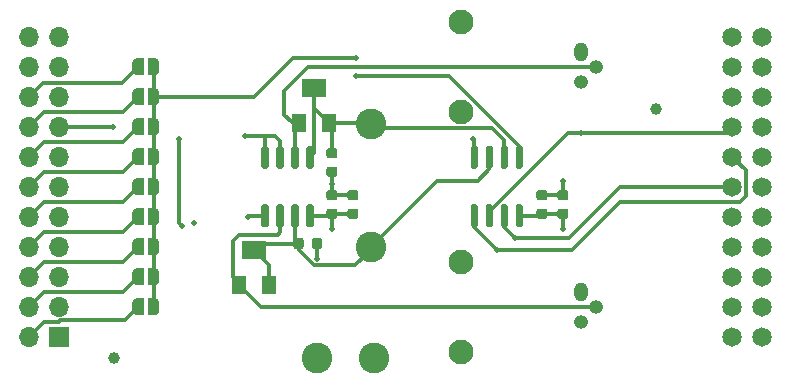
<source format=gbr>
G04 #@! TF.GenerationSoftware,KiCad,Pcbnew,(5.1.12)-1*
G04 #@! TF.CreationDate,2022-02-08T15:15:27-06:00*
G04 #@! TF.ProjectId,optical_digitizer,6f707469-6361-46c5-9f64-69676974697a,4.2*
G04 #@! TF.SameCoordinates,Original*
G04 #@! TF.FileFunction,Copper,L1,Top*
G04 #@! TF.FilePolarity,Positive*
%FSLAX46Y46*%
G04 Gerber Fmt 4.6, Leading zero omitted, Abs format (unit mm)*
G04 Created by KiCad (PCBNEW (5.1.12)-1) date 2022-02-08 15:15:27*
%MOMM*%
%LPD*%
G01*
G04 APERTURE LIST*
G04 #@! TA.AperFunction,ComponentPad*
%ADD10C,1.640000*%
G04 #@! TD*
G04 #@! TA.AperFunction,ComponentPad*
%ADD11O,1.200000X1.200000*%
G04 #@! TD*
G04 #@! TA.AperFunction,ComponentPad*
%ADD12O,1.200000X1.600000*%
G04 #@! TD*
G04 #@! TA.AperFunction,ComponentPad*
%ADD13C,2.100000*%
G04 #@! TD*
G04 #@! TA.AperFunction,ComponentPad*
%ADD14O,1.700000X1.700000*%
G04 #@! TD*
G04 #@! TA.AperFunction,ComponentPad*
%ADD15R,1.700000X1.700000*%
G04 #@! TD*
G04 #@! TA.AperFunction,SMDPad,CuDef*
%ADD16C,0.100000*%
G04 #@! TD*
G04 #@! TA.AperFunction,ComponentPad*
%ADD17C,2.600000*%
G04 #@! TD*
G04 #@! TA.AperFunction,SMDPad,CuDef*
%ADD18C,1.000000*%
G04 #@! TD*
G04 #@! TA.AperFunction,SMDPad,CuDef*
%ADD19R,2.006600X1.549400*%
G04 #@! TD*
G04 #@! TA.AperFunction,SMDPad,CuDef*
%ADD20R,1.270000X1.549400*%
G04 #@! TD*
G04 #@! TA.AperFunction,ViaPad*
%ADD21C,0.508000*%
G04 #@! TD*
G04 #@! TA.AperFunction,Conductor*
%ADD22C,0.304800*%
G04 #@! TD*
G04 APERTURE END LIST*
D10*
X142367500Y-123190000D03*
X139827500Y-123190000D03*
X142367500Y-125730000D03*
X139827500Y-125730000D03*
X142367500Y-128270000D03*
X139827500Y-128270000D03*
X142367500Y-130810000D03*
X139827500Y-130810000D03*
X142367500Y-133350000D03*
X139827500Y-133350000D03*
X142367500Y-135890000D03*
X139827500Y-135890000D03*
X142367500Y-138430000D03*
X139827500Y-138430000D03*
X142367500Y-140970000D03*
X139827500Y-140970000D03*
X142367500Y-143510000D03*
X139827500Y-143510000D03*
X142367500Y-146050000D03*
X139827500Y-146050000D03*
X142367500Y-148590000D03*
X139827500Y-148590000D03*
D11*
X127000000Y-127000000D03*
X128270000Y-125730000D03*
D12*
X127000000Y-124460000D03*
D13*
X116840000Y-121920000D03*
X116840000Y-129540000D03*
X116840000Y-149860000D03*
X116840000Y-142240000D03*
D12*
X127000000Y-144780000D03*
D11*
X128270000Y-146050000D03*
X127000000Y-147320000D03*
D14*
X80264000Y-123190000D03*
X82804000Y-123190000D03*
X80264000Y-125730000D03*
X82804000Y-125730000D03*
X80264000Y-128270000D03*
X82804000Y-128270000D03*
X80264000Y-130810000D03*
X82804000Y-130810000D03*
X80264000Y-133350000D03*
X82804000Y-133350000D03*
X80264000Y-135890000D03*
X82804000Y-135890000D03*
X80264000Y-138430000D03*
X82804000Y-138430000D03*
X80264000Y-140970000D03*
X82804000Y-140970000D03*
X80264000Y-143510000D03*
X82804000Y-143510000D03*
X80264000Y-146050000D03*
X82804000Y-146050000D03*
X80264000Y-148590000D03*
D15*
X82804000Y-148590000D03*
G04 #@! TA.AperFunction,SMDPad,CuDef*
D16*
G36*
X89520000Y-146799398D02*
G01*
X89495466Y-146799398D01*
X89446635Y-146794588D01*
X89398510Y-146785016D01*
X89351555Y-146770772D01*
X89306222Y-146751995D01*
X89262949Y-146728864D01*
X89222150Y-146701604D01*
X89184221Y-146670476D01*
X89149524Y-146635779D01*
X89118396Y-146597850D01*
X89091136Y-146557051D01*
X89068005Y-146513778D01*
X89049228Y-146468445D01*
X89034984Y-146421490D01*
X89025412Y-146373365D01*
X89020602Y-146324534D01*
X89020602Y-146300000D01*
X89020000Y-146300000D01*
X89020000Y-145800000D01*
X89020602Y-145800000D01*
X89020602Y-145775466D01*
X89025412Y-145726635D01*
X89034984Y-145678510D01*
X89049228Y-145631555D01*
X89068005Y-145586222D01*
X89091136Y-145542949D01*
X89118396Y-145502150D01*
X89149524Y-145464221D01*
X89184221Y-145429524D01*
X89222150Y-145398396D01*
X89262949Y-145371136D01*
X89306222Y-145348005D01*
X89351555Y-145329228D01*
X89398510Y-145314984D01*
X89446635Y-145305412D01*
X89495466Y-145300602D01*
X89520000Y-145300602D01*
X89520000Y-145300000D01*
X90020000Y-145300000D01*
X90020000Y-146800000D01*
X89520000Y-146800000D01*
X89520000Y-146799398D01*
G37*
G04 #@! TD.AperFunction*
G04 #@! TA.AperFunction,SMDPad,CuDef*
G36*
X90320000Y-145300000D02*
G01*
X90820000Y-145300000D01*
X90820000Y-145300602D01*
X90844534Y-145300602D01*
X90893365Y-145305412D01*
X90941490Y-145314984D01*
X90988445Y-145329228D01*
X91033778Y-145348005D01*
X91077051Y-145371136D01*
X91117850Y-145398396D01*
X91155779Y-145429524D01*
X91190476Y-145464221D01*
X91221604Y-145502150D01*
X91248864Y-145542949D01*
X91271995Y-145586222D01*
X91290772Y-145631555D01*
X91305016Y-145678510D01*
X91314588Y-145726635D01*
X91319398Y-145775466D01*
X91319398Y-145800000D01*
X91320000Y-145800000D01*
X91320000Y-146300000D01*
X91319398Y-146300000D01*
X91319398Y-146324534D01*
X91314588Y-146373365D01*
X91305016Y-146421490D01*
X91290772Y-146468445D01*
X91271995Y-146513778D01*
X91248864Y-146557051D01*
X91221604Y-146597850D01*
X91190476Y-146635779D01*
X91155779Y-146670476D01*
X91117850Y-146701604D01*
X91077051Y-146728864D01*
X91033778Y-146751995D01*
X90988445Y-146770772D01*
X90941490Y-146785016D01*
X90893365Y-146794588D01*
X90844534Y-146799398D01*
X90820000Y-146799398D01*
X90820000Y-146800000D01*
X90320000Y-146800000D01*
X90320000Y-145300000D01*
G37*
G04 #@! TD.AperFunction*
G04 #@! TA.AperFunction,SMDPad,CuDef*
G36*
X90320000Y-142760000D02*
G01*
X90820000Y-142760000D01*
X90820000Y-142760602D01*
X90844534Y-142760602D01*
X90893365Y-142765412D01*
X90941490Y-142774984D01*
X90988445Y-142789228D01*
X91033778Y-142808005D01*
X91077051Y-142831136D01*
X91117850Y-142858396D01*
X91155779Y-142889524D01*
X91190476Y-142924221D01*
X91221604Y-142962150D01*
X91248864Y-143002949D01*
X91271995Y-143046222D01*
X91290772Y-143091555D01*
X91305016Y-143138510D01*
X91314588Y-143186635D01*
X91319398Y-143235466D01*
X91319398Y-143260000D01*
X91320000Y-143260000D01*
X91320000Y-143760000D01*
X91319398Y-143760000D01*
X91319398Y-143784534D01*
X91314588Y-143833365D01*
X91305016Y-143881490D01*
X91290772Y-143928445D01*
X91271995Y-143973778D01*
X91248864Y-144017051D01*
X91221604Y-144057850D01*
X91190476Y-144095779D01*
X91155779Y-144130476D01*
X91117850Y-144161604D01*
X91077051Y-144188864D01*
X91033778Y-144211995D01*
X90988445Y-144230772D01*
X90941490Y-144245016D01*
X90893365Y-144254588D01*
X90844534Y-144259398D01*
X90820000Y-144259398D01*
X90820000Y-144260000D01*
X90320000Y-144260000D01*
X90320000Y-142760000D01*
G37*
G04 #@! TD.AperFunction*
G04 #@! TA.AperFunction,SMDPad,CuDef*
G36*
X89520000Y-144259398D02*
G01*
X89495466Y-144259398D01*
X89446635Y-144254588D01*
X89398510Y-144245016D01*
X89351555Y-144230772D01*
X89306222Y-144211995D01*
X89262949Y-144188864D01*
X89222150Y-144161604D01*
X89184221Y-144130476D01*
X89149524Y-144095779D01*
X89118396Y-144057850D01*
X89091136Y-144017051D01*
X89068005Y-143973778D01*
X89049228Y-143928445D01*
X89034984Y-143881490D01*
X89025412Y-143833365D01*
X89020602Y-143784534D01*
X89020602Y-143760000D01*
X89020000Y-143760000D01*
X89020000Y-143260000D01*
X89020602Y-143260000D01*
X89020602Y-143235466D01*
X89025412Y-143186635D01*
X89034984Y-143138510D01*
X89049228Y-143091555D01*
X89068005Y-143046222D01*
X89091136Y-143002949D01*
X89118396Y-142962150D01*
X89149524Y-142924221D01*
X89184221Y-142889524D01*
X89222150Y-142858396D01*
X89262949Y-142831136D01*
X89306222Y-142808005D01*
X89351555Y-142789228D01*
X89398510Y-142774984D01*
X89446635Y-142765412D01*
X89495466Y-142760602D01*
X89520000Y-142760602D01*
X89520000Y-142760000D01*
X90020000Y-142760000D01*
X90020000Y-144260000D01*
X89520000Y-144260000D01*
X89520000Y-144259398D01*
G37*
G04 #@! TD.AperFunction*
G04 #@! TA.AperFunction,SMDPad,CuDef*
G36*
X89520000Y-141719398D02*
G01*
X89495466Y-141719398D01*
X89446635Y-141714588D01*
X89398510Y-141705016D01*
X89351555Y-141690772D01*
X89306222Y-141671995D01*
X89262949Y-141648864D01*
X89222150Y-141621604D01*
X89184221Y-141590476D01*
X89149524Y-141555779D01*
X89118396Y-141517850D01*
X89091136Y-141477051D01*
X89068005Y-141433778D01*
X89049228Y-141388445D01*
X89034984Y-141341490D01*
X89025412Y-141293365D01*
X89020602Y-141244534D01*
X89020602Y-141220000D01*
X89020000Y-141220000D01*
X89020000Y-140720000D01*
X89020602Y-140720000D01*
X89020602Y-140695466D01*
X89025412Y-140646635D01*
X89034984Y-140598510D01*
X89049228Y-140551555D01*
X89068005Y-140506222D01*
X89091136Y-140462949D01*
X89118396Y-140422150D01*
X89149524Y-140384221D01*
X89184221Y-140349524D01*
X89222150Y-140318396D01*
X89262949Y-140291136D01*
X89306222Y-140268005D01*
X89351555Y-140249228D01*
X89398510Y-140234984D01*
X89446635Y-140225412D01*
X89495466Y-140220602D01*
X89520000Y-140220602D01*
X89520000Y-140220000D01*
X90020000Y-140220000D01*
X90020000Y-141720000D01*
X89520000Y-141720000D01*
X89520000Y-141719398D01*
G37*
G04 #@! TD.AperFunction*
G04 #@! TA.AperFunction,SMDPad,CuDef*
G36*
X90320000Y-140220000D02*
G01*
X90820000Y-140220000D01*
X90820000Y-140220602D01*
X90844534Y-140220602D01*
X90893365Y-140225412D01*
X90941490Y-140234984D01*
X90988445Y-140249228D01*
X91033778Y-140268005D01*
X91077051Y-140291136D01*
X91117850Y-140318396D01*
X91155779Y-140349524D01*
X91190476Y-140384221D01*
X91221604Y-140422150D01*
X91248864Y-140462949D01*
X91271995Y-140506222D01*
X91290772Y-140551555D01*
X91305016Y-140598510D01*
X91314588Y-140646635D01*
X91319398Y-140695466D01*
X91319398Y-140720000D01*
X91320000Y-140720000D01*
X91320000Y-141220000D01*
X91319398Y-141220000D01*
X91319398Y-141244534D01*
X91314588Y-141293365D01*
X91305016Y-141341490D01*
X91290772Y-141388445D01*
X91271995Y-141433778D01*
X91248864Y-141477051D01*
X91221604Y-141517850D01*
X91190476Y-141555779D01*
X91155779Y-141590476D01*
X91117850Y-141621604D01*
X91077051Y-141648864D01*
X91033778Y-141671995D01*
X90988445Y-141690772D01*
X90941490Y-141705016D01*
X90893365Y-141714588D01*
X90844534Y-141719398D01*
X90820000Y-141719398D01*
X90820000Y-141720000D01*
X90320000Y-141720000D01*
X90320000Y-140220000D01*
G37*
G04 #@! TD.AperFunction*
G04 #@! TA.AperFunction,SMDPad,CuDef*
G36*
X90320000Y-137680000D02*
G01*
X90820000Y-137680000D01*
X90820000Y-137680602D01*
X90844534Y-137680602D01*
X90893365Y-137685412D01*
X90941490Y-137694984D01*
X90988445Y-137709228D01*
X91033778Y-137728005D01*
X91077051Y-137751136D01*
X91117850Y-137778396D01*
X91155779Y-137809524D01*
X91190476Y-137844221D01*
X91221604Y-137882150D01*
X91248864Y-137922949D01*
X91271995Y-137966222D01*
X91290772Y-138011555D01*
X91305016Y-138058510D01*
X91314588Y-138106635D01*
X91319398Y-138155466D01*
X91319398Y-138180000D01*
X91320000Y-138180000D01*
X91320000Y-138680000D01*
X91319398Y-138680000D01*
X91319398Y-138704534D01*
X91314588Y-138753365D01*
X91305016Y-138801490D01*
X91290772Y-138848445D01*
X91271995Y-138893778D01*
X91248864Y-138937051D01*
X91221604Y-138977850D01*
X91190476Y-139015779D01*
X91155779Y-139050476D01*
X91117850Y-139081604D01*
X91077051Y-139108864D01*
X91033778Y-139131995D01*
X90988445Y-139150772D01*
X90941490Y-139165016D01*
X90893365Y-139174588D01*
X90844534Y-139179398D01*
X90820000Y-139179398D01*
X90820000Y-139180000D01*
X90320000Y-139180000D01*
X90320000Y-137680000D01*
G37*
G04 #@! TD.AperFunction*
G04 #@! TA.AperFunction,SMDPad,CuDef*
G36*
X89520000Y-139179398D02*
G01*
X89495466Y-139179398D01*
X89446635Y-139174588D01*
X89398510Y-139165016D01*
X89351555Y-139150772D01*
X89306222Y-139131995D01*
X89262949Y-139108864D01*
X89222150Y-139081604D01*
X89184221Y-139050476D01*
X89149524Y-139015779D01*
X89118396Y-138977850D01*
X89091136Y-138937051D01*
X89068005Y-138893778D01*
X89049228Y-138848445D01*
X89034984Y-138801490D01*
X89025412Y-138753365D01*
X89020602Y-138704534D01*
X89020602Y-138680000D01*
X89020000Y-138680000D01*
X89020000Y-138180000D01*
X89020602Y-138180000D01*
X89020602Y-138155466D01*
X89025412Y-138106635D01*
X89034984Y-138058510D01*
X89049228Y-138011555D01*
X89068005Y-137966222D01*
X89091136Y-137922949D01*
X89118396Y-137882150D01*
X89149524Y-137844221D01*
X89184221Y-137809524D01*
X89222150Y-137778396D01*
X89262949Y-137751136D01*
X89306222Y-137728005D01*
X89351555Y-137709228D01*
X89398510Y-137694984D01*
X89446635Y-137685412D01*
X89495466Y-137680602D01*
X89520000Y-137680602D01*
X89520000Y-137680000D01*
X90020000Y-137680000D01*
X90020000Y-139180000D01*
X89520000Y-139180000D01*
X89520000Y-139179398D01*
G37*
G04 #@! TD.AperFunction*
G04 #@! TA.AperFunction,SMDPad,CuDef*
G36*
X89520000Y-136639398D02*
G01*
X89495466Y-136639398D01*
X89446635Y-136634588D01*
X89398510Y-136625016D01*
X89351555Y-136610772D01*
X89306222Y-136591995D01*
X89262949Y-136568864D01*
X89222150Y-136541604D01*
X89184221Y-136510476D01*
X89149524Y-136475779D01*
X89118396Y-136437850D01*
X89091136Y-136397051D01*
X89068005Y-136353778D01*
X89049228Y-136308445D01*
X89034984Y-136261490D01*
X89025412Y-136213365D01*
X89020602Y-136164534D01*
X89020602Y-136140000D01*
X89020000Y-136140000D01*
X89020000Y-135640000D01*
X89020602Y-135640000D01*
X89020602Y-135615466D01*
X89025412Y-135566635D01*
X89034984Y-135518510D01*
X89049228Y-135471555D01*
X89068005Y-135426222D01*
X89091136Y-135382949D01*
X89118396Y-135342150D01*
X89149524Y-135304221D01*
X89184221Y-135269524D01*
X89222150Y-135238396D01*
X89262949Y-135211136D01*
X89306222Y-135188005D01*
X89351555Y-135169228D01*
X89398510Y-135154984D01*
X89446635Y-135145412D01*
X89495466Y-135140602D01*
X89520000Y-135140602D01*
X89520000Y-135140000D01*
X90020000Y-135140000D01*
X90020000Y-136640000D01*
X89520000Y-136640000D01*
X89520000Y-136639398D01*
G37*
G04 #@! TD.AperFunction*
G04 #@! TA.AperFunction,SMDPad,CuDef*
G36*
X90320000Y-135140000D02*
G01*
X90820000Y-135140000D01*
X90820000Y-135140602D01*
X90844534Y-135140602D01*
X90893365Y-135145412D01*
X90941490Y-135154984D01*
X90988445Y-135169228D01*
X91033778Y-135188005D01*
X91077051Y-135211136D01*
X91117850Y-135238396D01*
X91155779Y-135269524D01*
X91190476Y-135304221D01*
X91221604Y-135342150D01*
X91248864Y-135382949D01*
X91271995Y-135426222D01*
X91290772Y-135471555D01*
X91305016Y-135518510D01*
X91314588Y-135566635D01*
X91319398Y-135615466D01*
X91319398Y-135640000D01*
X91320000Y-135640000D01*
X91320000Y-136140000D01*
X91319398Y-136140000D01*
X91319398Y-136164534D01*
X91314588Y-136213365D01*
X91305016Y-136261490D01*
X91290772Y-136308445D01*
X91271995Y-136353778D01*
X91248864Y-136397051D01*
X91221604Y-136437850D01*
X91190476Y-136475779D01*
X91155779Y-136510476D01*
X91117850Y-136541604D01*
X91077051Y-136568864D01*
X91033778Y-136591995D01*
X90988445Y-136610772D01*
X90941490Y-136625016D01*
X90893365Y-136634588D01*
X90844534Y-136639398D01*
X90820000Y-136639398D01*
X90820000Y-136640000D01*
X90320000Y-136640000D01*
X90320000Y-135140000D01*
G37*
G04 #@! TD.AperFunction*
G04 #@! TA.AperFunction,SMDPad,CuDef*
G36*
X90320000Y-132600000D02*
G01*
X90820000Y-132600000D01*
X90820000Y-132600602D01*
X90844534Y-132600602D01*
X90893365Y-132605412D01*
X90941490Y-132614984D01*
X90988445Y-132629228D01*
X91033778Y-132648005D01*
X91077051Y-132671136D01*
X91117850Y-132698396D01*
X91155779Y-132729524D01*
X91190476Y-132764221D01*
X91221604Y-132802150D01*
X91248864Y-132842949D01*
X91271995Y-132886222D01*
X91290772Y-132931555D01*
X91305016Y-132978510D01*
X91314588Y-133026635D01*
X91319398Y-133075466D01*
X91319398Y-133100000D01*
X91320000Y-133100000D01*
X91320000Y-133600000D01*
X91319398Y-133600000D01*
X91319398Y-133624534D01*
X91314588Y-133673365D01*
X91305016Y-133721490D01*
X91290772Y-133768445D01*
X91271995Y-133813778D01*
X91248864Y-133857051D01*
X91221604Y-133897850D01*
X91190476Y-133935779D01*
X91155779Y-133970476D01*
X91117850Y-134001604D01*
X91077051Y-134028864D01*
X91033778Y-134051995D01*
X90988445Y-134070772D01*
X90941490Y-134085016D01*
X90893365Y-134094588D01*
X90844534Y-134099398D01*
X90820000Y-134099398D01*
X90820000Y-134100000D01*
X90320000Y-134100000D01*
X90320000Y-132600000D01*
G37*
G04 #@! TD.AperFunction*
G04 #@! TA.AperFunction,SMDPad,CuDef*
G36*
X89520000Y-134099398D02*
G01*
X89495466Y-134099398D01*
X89446635Y-134094588D01*
X89398510Y-134085016D01*
X89351555Y-134070772D01*
X89306222Y-134051995D01*
X89262949Y-134028864D01*
X89222150Y-134001604D01*
X89184221Y-133970476D01*
X89149524Y-133935779D01*
X89118396Y-133897850D01*
X89091136Y-133857051D01*
X89068005Y-133813778D01*
X89049228Y-133768445D01*
X89034984Y-133721490D01*
X89025412Y-133673365D01*
X89020602Y-133624534D01*
X89020602Y-133600000D01*
X89020000Y-133600000D01*
X89020000Y-133100000D01*
X89020602Y-133100000D01*
X89020602Y-133075466D01*
X89025412Y-133026635D01*
X89034984Y-132978510D01*
X89049228Y-132931555D01*
X89068005Y-132886222D01*
X89091136Y-132842949D01*
X89118396Y-132802150D01*
X89149524Y-132764221D01*
X89184221Y-132729524D01*
X89222150Y-132698396D01*
X89262949Y-132671136D01*
X89306222Y-132648005D01*
X89351555Y-132629228D01*
X89398510Y-132614984D01*
X89446635Y-132605412D01*
X89495466Y-132600602D01*
X89520000Y-132600602D01*
X89520000Y-132600000D01*
X90020000Y-132600000D01*
X90020000Y-134100000D01*
X89520000Y-134100000D01*
X89520000Y-134099398D01*
G37*
G04 #@! TD.AperFunction*
G04 #@! TA.AperFunction,SMDPad,CuDef*
G36*
X89520000Y-131559398D02*
G01*
X89495466Y-131559398D01*
X89446635Y-131554588D01*
X89398510Y-131545016D01*
X89351555Y-131530772D01*
X89306222Y-131511995D01*
X89262949Y-131488864D01*
X89222150Y-131461604D01*
X89184221Y-131430476D01*
X89149524Y-131395779D01*
X89118396Y-131357850D01*
X89091136Y-131317051D01*
X89068005Y-131273778D01*
X89049228Y-131228445D01*
X89034984Y-131181490D01*
X89025412Y-131133365D01*
X89020602Y-131084534D01*
X89020602Y-131060000D01*
X89020000Y-131060000D01*
X89020000Y-130560000D01*
X89020602Y-130560000D01*
X89020602Y-130535466D01*
X89025412Y-130486635D01*
X89034984Y-130438510D01*
X89049228Y-130391555D01*
X89068005Y-130346222D01*
X89091136Y-130302949D01*
X89118396Y-130262150D01*
X89149524Y-130224221D01*
X89184221Y-130189524D01*
X89222150Y-130158396D01*
X89262949Y-130131136D01*
X89306222Y-130108005D01*
X89351555Y-130089228D01*
X89398510Y-130074984D01*
X89446635Y-130065412D01*
X89495466Y-130060602D01*
X89520000Y-130060602D01*
X89520000Y-130060000D01*
X90020000Y-130060000D01*
X90020000Y-131560000D01*
X89520000Y-131560000D01*
X89520000Y-131559398D01*
G37*
G04 #@! TD.AperFunction*
G04 #@! TA.AperFunction,SMDPad,CuDef*
G36*
X90320000Y-130060000D02*
G01*
X90820000Y-130060000D01*
X90820000Y-130060602D01*
X90844534Y-130060602D01*
X90893365Y-130065412D01*
X90941490Y-130074984D01*
X90988445Y-130089228D01*
X91033778Y-130108005D01*
X91077051Y-130131136D01*
X91117850Y-130158396D01*
X91155779Y-130189524D01*
X91190476Y-130224221D01*
X91221604Y-130262150D01*
X91248864Y-130302949D01*
X91271995Y-130346222D01*
X91290772Y-130391555D01*
X91305016Y-130438510D01*
X91314588Y-130486635D01*
X91319398Y-130535466D01*
X91319398Y-130560000D01*
X91320000Y-130560000D01*
X91320000Y-131060000D01*
X91319398Y-131060000D01*
X91319398Y-131084534D01*
X91314588Y-131133365D01*
X91305016Y-131181490D01*
X91290772Y-131228445D01*
X91271995Y-131273778D01*
X91248864Y-131317051D01*
X91221604Y-131357850D01*
X91190476Y-131395779D01*
X91155779Y-131430476D01*
X91117850Y-131461604D01*
X91077051Y-131488864D01*
X91033778Y-131511995D01*
X90988445Y-131530772D01*
X90941490Y-131545016D01*
X90893365Y-131554588D01*
X90844534Y-131559398D01*
X90820000Y-131559398D01*
X90820000Y-131560000D01*
X90320000Y-131560000D01*
X90320000Y-130060000D01*
G37*
G04 #@! TD.AperFunction*
G04 #@! TA.AperFunction,SMDPad,CuDef*
G36*
X90320000Y-127520000D02*
G01*
X90820000Y-127520000D01*
X90820000Y-127520602D01*
X90844534Y-127520602D01*
X90893365Y-127525412D01*
X90941490Y-127534984D01*
X90988445Y-127549228D01*
X91033778Y-127568005D01*
X91077051Y-127591136D01*
X91117850Y-127618396D01*
X91155779Y-127649524D01*
X91190476Y-127684221D01*
X91221604Y-127722150D01*
X91248864Y-127762949D01*
X91271995Y-127806222D01*
X91290772Y-127851555D01*
X91305016Y-127898510D01*
X91314588Y-127946635D01*
X91319398Y-127995466D01*
X91319398Y-128020000D01*
X91320000Y-128020000D01*
X91320000Y-128520000D01*
X91319398Y-128520000D01*
X91319398Y-128544534D01*
X91314588Y-128593365D01*
X91305016Y-128641490D01*
X91290772Y-128688445D01*
X91271995Y-128733778D01*
X91248864Y-128777051D01*
X91221604Y-128817850D01*
X91190476Y-128855779D01*
X91155779Y-128890476D01*
X91117850Y-128921604D01*
X91077051Y-128948864D01*
X91033778Y-128971995D01*
X90988445Y-128990772D01*
X90941490Y-129005016D01*
X90893365Y-129014588D01*
X90844534Y-129019398D01*
X90820000Y-129019398D01*
X90820000Y-129020000D01*
X90320000Y-129020000D01*
X90320000Y-127520000D01*
G37*
G04 #@! TD.AperFunction*
G04 #@! TA.AperFunction,SMDPad,CuDef*
G36*
X89520000Y-129019398D02*
G01*
X89495466Y-129019398D01*
X89446635Y-129014588D01*
X89398510Y-129005016D01*
X89351555Y-128990772D01*
X89306222Y-128971995D01*
X89262949Y-128948864D01*
X89222150Y-128921604D01*
X89184221Y-128890476D01*
X89149524Y-128855779D01*
X89118396Y-128817850D01*
X89091136Y-128777051D01*
X89068005Y-128733778D01*
X89049228Y-128688445D01*
X89034984Y-128641490D01*
X89025412Y-128593365D01*
X89020602Y-128544534D01*
X89020602Y-128520000D01*
X89020000Y-128520000D01*
X89020000Y-128020000D01*
X89020602Y-128020000D01*
X89020602Y-127995466D01*
X89025412Y-127946635D01*
X89034984Y-127898510D01*
X89049228Y-127851555D01*
X89068005Y-127806222D01*
X89091136Y-127762949D01*
X89118396Y-127722150D01*
X89149524Y-127684221D01*
X89184221Y-127649524D01*
X89222150Y-127618396D01*
X89262949Y-127591136D01*
X89306222Y-127568005D01*
X89351555Y-127549228D01*
X89398510Y-127534984D01*
X89446635Y-127525412D01*
X89495466Y-127520602D01*
X89520000Y-127520602D01*
X89520000Y-127520000D01*
X90020000Y-127520000D01*
X90020000Y-129020000D01*
X89520000Y-129020000D01*
X89520000Y-129019398D01*
G37*
G04 #@! TD.AperFunction*
G04 #@! TA.AperFunction,SMDPad,CuDef*
G36*
X89520000Y-126479398D02*
G01*
X89495466Y-126479398D01*
X89446635Y-126474588D01*
X89398510Y-126465016D01*
X89351555Y-126450772D01*
X89306222Y-126431995D01*
X89262949Y-126408864D01*
X89222150Y-126381604D01*
X89184221Y-126350476D01*
X89149524Y-126315779D01*
X89118396Y-126277850D01*
X89091136Y-126237051D01*
X89068005Y-126193778D01*
X89049228Y-126148445D01*
X89034984Y-126101490D01*
X89025412Y-126053365D01*
X89020602Y-126004534D01*
X89020602Y-125980000D01*
X89020000Y-125980000D01*
X89020000Y-125480000D01*
X89020602Y-125480000D01*
X89020602Y-125455466D01*
X89025412Y-125406635D01*
X89034984Y-125358510D01*
X89049228Y-125311555D01*
X89068005Y-125266222D01*
X89091136Y-125222949D01*
X89118396Y-125182150D01*
X89149524Y-125144221D01*
X89184221Y-125109524D01*
X89222150Y-125078396D01*
X89262949Y-125051136D01*
X89306222Y-125028005D01*
X89351555Y-125009228D01*
X89398510Y-124994984D01*
X89446635Y-124985412D01*
X89495466Y-124980602D01*
X89520000Y-124980602D01*
X89520000Y-124980000D01*
X90020000Y-124980000D01*
X90020000Y-126480000D01*
X89520000Y-126480000D01*
X89520000Y-126479398D01*
G37*
G04 #@! TD.AperFunction*
G04 #@! TA.AperFunction,SMDPad,CuDef*
G36*
X90320000Y-124980000D02*
G01*
X90820000Y-124980000D01*
X90820000Y-124980602D01*
X90844534Y-124980602D01*
X90893365Y-124985412D01*
X90941490Y-124994984D01*
X90988445Y-125009228D01*
X91033778Y-125028005D01*
X91077051Y-125051136D01*
X91117850Y-125078396D01*
X91155779Y-125109524D01*
X91190476Y-125144221D01*
X91221604Y-125182150D01*
X91248864Y-125222949D01*
X91271995Y-125266222D01*
X91290772Y-125311555D01*
X91305016Y-125358510D01*
X91314588Y-125406635D01*
X91319398Y-125455466D01*
X91319398Y-125480000D01*
X91320000Y-125480000D01*
X91320000Y-125980000D01*
X91319398Y-125980000D01*
X91319398Y-126004534D01*
X91314588Y-126053365D01*
X91305016Y-126101490D01*
X91290772Y-126148445D01*
X91271995Y-126193778D01*
X91248864Y-126237051D01*
X91221604Y-126277850D01*
X91190476Y-126315779D01*
X91155779Y-126350476D01*
X91117850Y-126381604D01*
X91077051Y-126408864D01*
X91033778Y-126431995D01*
X90988445Y-126450772D01*
X90941490Y-126465016D01*
X90893365Y-126474588D01*
X90844534Y-126479398D01*
X90820000Y-126479398D01*
X90820000Y-126480000D01*
X90320000Y-126480000D01*
X90320000Y-124980000D01*
G37*
G04 #@! TD.AperFunction*
D17*
X109474000Y-150368000D03*
X104648000Y-150368000D03*
X109220000Y-130556000D03*
X109220000Y-140970000D03*
D18*
X87503000Y-150368000D03*
X133350000Y-129286000D03*
D19*
X104394000Y-127584200D03*
D20*
X105664000Y-130479800D03*
X103124000Y-130479800D03*
X98044000Y-144195800D03*
X100584000Y-144195800D03*
D19*
X99314000Y-141300200D03*
G04 #@! TA.AperFunction,SMDPad,CuDef*
G36*
G01*
X103913800Y-132440000D02*
X104213800Y-132440000D01*
G75*
G02*
X104363800Y-132590000I0J-150000D01*
G01*
X104363800Y-134240000D01*
G75*
G02*
X104213800Y-134390000I-150000J0D01*
G01*
X103913800Y-134390000D01*
G75*
G02*
X103763800Y-134240000I0J150000D01*
G01*
X103763800Y-132590000D01*
G75*
G02*
X103913800Y-132440000I150000J0D01*
G01*
G37*
G04 #@! TD.AperFunction*
G04 #@! TA.AperFunction,SMDPad,CuDef*
G36*
G01*
X102643800Y-132440000D02*
X102943800Y-132440000D01*
G75*
G02*
X103093800Y-132590000I0J-150000D01*
G01*
X103093800Y-134240000D01*
G75*
G02*
X102943800Y-134390000I-150000J0D01*
G01*
X102643800Y-134390000D01*
G75*
G02*
X102493800Y-134240000I0J150000D01*
G01*
X102493800Y-132590000D01*
G75*
G02*
X102643800Y-132440000I150000J0D01*
G01*
G37*
G04 #@! TD.AperFunction*
G04 #@! TA.AperFunction,SMDPad,CuDef*
G36*
G01*
X101373800Y-132440000D02*
X101673800Y-132440000D01*
G75*
G02*
X101823800Y-132590000I0J-150000D01*
G01*
X101823800Y-134240000D01*
G75*
G02*
X101673800Y-134390000I-150000J0D01*
G01*
X101373800Y-134390000D01*
G75*
G02*
X101223800Y-134240000I0J150000D01*
G01*
X101223800Y-132590000D01*
G75*
G02*
X101373800Y-132440000I150000J0D01*
G01*
G37*
G04 #@! TD.AperFunction*
G04 #@! TA.AperFunction,SMDPad,CuDef*
G36*
G01*
X100103800Y-132440000D02*
X100403800Y-132440000D01*
G75*
G02*
X100553800Y-132590000I0J-150000D01*
G01*
X100553800Y-134240000D01*
G75*
G02*
X100403800Y-134390000I-150000J0D01*
G01*
X100103800Y-134390000D01*
G75*
G02*
X99953800Y-134240000I0J150000D01*
G01*
X99953800Y-132590000D01*
G75*
G02*
X100103800Y-132440000I150000J0D01*
G01*
G37*
G04 #@! TD.AperFunction*
G04 #@! TA.AperFunction,SMDPad,CuDef*
G36*
G01*
X100103800Y-137390000D02*
X100403800Y-137390000D01*
G75*
G02*
X100553800Y-137540000I0J-150000D01*
G01*
X100553800Y-139190000D01*
G75*
G02*
X100403800Y-139340000I-150000J0D01*
G01*
X100103800Y-139340000D01*
G75*
G02*
X99953800Y-139190000I0J150000D01*
G01*
X99953800Y-137540000D01*
G75*
G02*
X100103800Y-137390000I150000J0D01*
G01*
G37*
G04 #@! TD.AperFunction*
G04 #@! TA.AperFunction,SMDPad,CuDef*
G36*
G01*
X101373800Y-137390000D02*
X101673800Y-137390000D01*
G75*
G02*
X101823800Y-137540000I0J-150000D01*
G01*
X101823800Y-139190000D01*
G75*
G02*
X101673800Y-139340000I-150000J0D01*
G01*
X101373800Y-139340000D01*
G75*
G02*
X101223800Y-139190000I0J150000D01*
G01*
X101223800Y-137540000D01*
G75*
G02*
X101373800Y-137390000I150000J0D01*
G01*
G37*
G04 #@! TD.AperFunction*
G04 #@! TA.AperFunction,SMDPad,CuDef*
G36*
G01*
X102643800Y-137390000D02*
X102943800Y-137390000D01*
G75*
G02*
X103093800Y-137540000I0J-150000D01*
G01*
X103093800Y-139190000D01*
G75*
G02*
X102943800Y-139340000I-150000J0D01*
G01*
X102643800Y-139340000D01*
G75*
G02*
X102493800Y-139190000I0J150000D01*
G01*
X102493800Y-137540000D01*
G75*
G02*
X102643800Y-137390000I150000J0D01*
G01*
G37*
G04 #@! TD.AperFunction*
G04 #@! TA.AperFunction,SMDPad,CuDef*
G36*
G01*
X103913800Y-137390000D02*
X104213800Y-137390000D01*
G75*
G02*
X104363800Y-137540000I0J-150000D01*
G01*
X104363800Y-139190000D01*
G75*
G02*
X104213800Y-139340000I-150000J0D01*
G01*
X103913800Y-139340000D01*
G75*
G02*
X103763800Y-139190000I0J150000D01*
G01*
X103763800Y-137540000D01*
G75*
G02*
X103913800Y-137390000I150000J0D01*
G01*
G37*
G04 #@! TD.AperFunction*
G04 #@! TA.AperFunction,SMDPad,CuDef*
G36*
G01*
X121643000Y-132440000D02*
X121943000Y-132440000D01*
G75*
G02*
X122093000Y-132590000I0J-150000D01*
G01*
X122093000Y-134240000D01*
G75*
G02*
X121943000Y-134390000I-150000J0D01*
G01*
X121643000Y-134390000D01*
G75*
G02*
X121493000Y-134240000I0J150000D01*
G01*
X121493000Y-132590000D01*
G75*
G02*
X121643000Y-132440000I150000J0D01*
G01*
G37*
G04 #@! TD.AperFunction*
G04 #@! TA.AperFunction,SMDPad,CuDef*
G36*
G01*
X120373000Y-132440000D02*
X120673000Y-132440000D01*
G75*
G02*
X120823000Y-132590000I0J-150000D01*
G01*
X120823000Y-134240000D01*
G75*
G02*
X120673000Y-134390000I-150000J0D01*
G01*
X120373000Y-134390000D01*
G75*
G02*
X120223000Y-134240000I0J150000D01*
G01*
X120223000Y-132590000D01*
G75*
G02*
X120373000Y-132440000I150000J0D01*
G01*
G37*
G04 #@! TD.AperFunction*
G04 #@! TA.AperFunction,SMDPad,CuDef*
G36*
G01*
X119103000Y-132440000D02*
X119403000Y-132440000D01*
G75*
G02*
X119553000Y-132590000I0J-150000D01*
G01*
X119553000Y-134240000D01*
G75*
G02*
X119403000Y-134390000I-150000J0D01*
G01*
X119103000Y-134390000D01*
G75*
G02*
X118953000Y-134240000I0J150000D01*
G01*
X118953000Y-132590000D01*
G75*
G02*
X119103000Y-132440000I150000J0D01*
G01*
G37*
G04 #@! TD.AperFunction*
G04 #@! TA.AperFunction,SMDPad,CuDef*
G36*
G01*
X117833000Y-132440000D02*
X118133000Y-132440000D01*
G75*
G02*
X118283000Y-132590000I0J-150000D01*
G01*
X118283000Y-134240000D01*
G75*
G02*
X118133000Y-134390000I-150000J0D01*
G01*
X117833000Y-134390000D01*
G75*
G02*
X117683000Y-134240000I0J150000D01*
G01*
X117683000Y-132590000D01*
G75*
G02*
X117833000Y-132440000I150000J0D01*
G01*
G37*
G04 #@! TD.AperFunction*
G04 #@! TA.AperFunction,SMDPad,CuDef*
G36*
G01*
X117833000Y-137390000D02*
X118133000Y-137390000D01*
G75*
G02*
X118283000Y-137540000I0J-150000D01*
G01*
X118283000Y-139190000D01*
G75*
G02*
X118133000Y-139340000I-150000J0D01*
G01*
X117833000Y-139340000D01*
G75*
G02*
X117683000Y-139190000I0J150000D01*
G01*
X117683000Y-137540000D01*
G75*
G02*
X117833000Y-137390000I150000J0D01*
G01*
G37*
G04 #@! TD.AperFunction*
G04 #@! TA.AperFunction,SMDPad,CuDef*
G36*
G01*
X119103000Y-137390000D02*
X119403000Y-137390000D01*
G75*
G02*
X119553000Y-137540000I0J-150000D01*
G01*
X119553000Y-139190000D01*
G75*
G02*
X119403000Y-139340000I-150000J0D01*
G01*
X119103000Y-139340000D01*
G75*
G02*
X118953000Y-139190000I0J150000D01*
G01*
X118953000Y-137540000D01*
G75*
G02*
X119103000Y-137390000I150000J0D01*
G01*
G37*
G04 #@! TD.AperFunction*
G04 #@! TA.AperFunction,SMDPad,CuDef*
G36*
G01*
X120373000Y-137390000D02*
X120673000Y-137390000D01*
G75*
G02*
X120823000Y-137540000I0J-150000D01*
G01*
X120823000Y-139190000D01*
G75*
G02*
X120673000Y-139340000I-150000J0D01*
G01*
X120373000Y-139340000D01*
G75*
G02*
X120223000Y-139190000I0J150000D01*
G01*
X120223000Y-137540000D01*
G75*
G02*
X120373000Y-137390000I150000J0D01*
G01*
G37*
G04 #@! TD.AperFunction*
G04 #@! TA.AperFunction,SMDPad,CuDef*
G36*
G01*
X121643000Y-137390000D02*
X121943000Y-137390000D01*
G75*
G02*
X122093000Y-137540000I0J-150000D01*
G01*
X122093000Y-139190000D01*
G75*
G02*
X121943000Y-139340000I-150000J0D01*
G01*
X121643000Y-139340000D01*
G75*
G02*
X121493000Y-139190000I0J150000D01*
G01*
X121493000Y-137540000D01*
G75*
G02*
X121643000Y-137390000I150000J0D01*
G01*
G37*
G04 #@! TD.AperFunction*
G04 #@! TA.AperFunction,SMDPad,CuDef*
G36*
G01*
X125219750Y-136189000D02*
X125732250Y-136189000D01*
G75*
G02*
X125951000Y-136407750I0J-218750D01*
G01*
X125951000Y-136845250D01*
G75*
G02*
X125732250Y-137064000I-218750J0D01*
G01*
X125219750Y-137064000D01*
G75*
G02*
X125001000Y-136845250I0J218750D01*
G01*
X125001000Y-136407750D01*
G75*
G02*
X125219750Y-136189000I218750J0D01*
G01*
G37*
G04 #@! TD.AperFunction*
G04 #@! TA.AperFunction,SMDPad,CuDef*
G36*
G01*
X125219750Y-137764000D02*
X125732250Y-137764000D01*
G75*
G02*
X125951000Y-137982750I0J-218750D01*
G01*
X125951000Y-138420250D01*
G75*
G02*
X125732250Y-138639000I-218750J0D01*
G01*
X125219750Y-138639000D01*
G75*
G02*
X125001000Y-138420250I0J218750D01*
G01*
X125001000Y-137982750D01*
G75*
G02*
X125219750Y-137764000I218750J0D01*
G01*
G37*
G04 #@! TD.AperFunction*
G04 #@! TA.AperFunction,SMDPad,CuDef*
G36*
G01*
X123441750Y-137764000D02*
X123954250Y-137764000D01*
G75*
G02*
X124173000Y-137982750I0J-218750D01*
G01*
X124173000Y-138420250D01*
G75*
G02*
X123954250Y-138639000I-218750J0D01*
G01*
X123441750Y-138639000D01*
G75*
G02*
X123223000Y-138420250I0J218750D01*
G01*
X123223000Y-137982750D01*
G75*
G02*
X123441750Y-137764000I218750J0D01*
G01*
G37*
G04 #@! TD.AperFunction*
G04 #@! TA.AperFunction,SMDPad,CuDef*
G36*
G01*
X123441750Y-136189000D02*
X123954250Y-136189000D01*
G75*
G02*
X124173000Y-136407750I0J-218750D01*
G01*
X124173000Y-136845250D01*
G75*
G02*
X123954250Y-137064000I-218750J0D01*
G01*
X123441750Y-137064000D01*
G75*
G02*
X123223000Y-136845250I0J218750D01*
G01*
X123223000Y-136407750D01*
G75*
G02*
X123441750Y-136189000I218750J0D01*
G01*
G37*
G04 #@! TD.AperFunction*
G04 #@! TA.AperFunction,SMDPad,CuDef*
G36*
G01*
X105661750Y-132633000D02*
X106174250Y-132633000D01*
G75*
G02*
X106393000Y-132851750I0J-218750D01*
G01*
X106393000Y-133289250D01*
G75*
G02*
X106174250Y-133508000I-218750J0D01*
G01*
X105661750Y-133508000D01*
G75*
G02*
X105443000Y-133289250I0J218750D01*
G01*
X105443000Y-132851750D01*
G75*
G02*
X105661750Y-132633000I218750J0D01*
G01*
G37*
G04 #@! TD.AperFunction*
G04 #@! TA.AperFunction,SMDPad,CuDef*
G36*
G01*
X105661750Y-134208000D02*
X106174250Y-134208000D01*
G75*
G02*
X106393000Y-134426750I0J-218750D01*
G01*
X106393000Y-134864250D01*
G75*
G02*
X106174250Y-135083000I-218750J0D01*
G01*
X105661750Y-135083000D01*
G75*
G02*
X105443000Y-134864250I0J218750D01*
G01*
X105443000Y-134426750D01*
G75*
G02*
X105661750Y-134208000I218750J0D01*
G01*
G37*
G04 #@! TD.AperFunction*
G04 #@! TA.AperFunction,SMDPad,CuDef*
G36*
G01*
X104236000Y-140972250D02*
X104236000Y-140459750D01*
G75*
G02*
X104454750Y-140241000I218750J0D01*
G01*
X104892250Y-140241000D01*
G75*
G02*
X105111000Y-140459750I0J-218750D01*
G01*
X105111000Y-140972250D01*
G75*
G02*
X104892250Y-141191000I-218750J0D01*
G01*
X104454750Y-141191000D01*
G75*
G02*
X104236000Y-140972250I0J218750D01*
G01*
G37*
G04 #@! TD.AperFunction*
G04 #@! TA.AperFunction,SMDPad,CuDef*
G36*
G01*
X102661000Y-140972250D02*
X102661000Y-140459750D01*
G75*
G02*
X102879750Y-140241000I218750J0D01*
G01*
X103317250Y-140241000D01*
G75*
G02*
X103536000Y-140459750I0J-218750D01*
G01*
X103536000Y-140972250D01*
G75*
G02*
X103317250Y-141191000I-218750J0D01*
G01*
X102879750Y-141191000D01*
G75*
G02*
X102661000Y-140972250I0J218750D01*
G01*
G37*
G04 #@! TD.AperFunction*
G04 #@! TA.AperFunction,SMDPad,CuDef*
G36*
G01*
X105661750Y-137764000D02*
X106174250Y-137764000D01*
G75*
G02*
X106393000Y-137982750I0J-218750D01*
G01*
X106393000Y-138420250D01*
G75*
G02*
X106174250Y-138639000I-218750J0D01*
G01*
X105661750Y-138639000D01*
G75*
G02*
X105443000Y-138420250I0J218750D01*
G01*
X105443000Y-137982750D01*
G75*
G02*
X105661750Y-137764000I218750J0D01*
G01*
G37*
G04 #@! TD.AperFunction*
G04 #@! TA.AperFunction,SMDPad,CuDef*
G36*
G01*
X105661750Y-136189000D02*
X106174250Y-136189000D01*
G75*
G02*
X106393000Y-136407750I0J-218750D01*
G01*
X106393000Y-136845250D01*
G75*
G02*
X106174250Y-137064000I-218750J0D01*
G01*
X105661750Y-137064000D01*
G75*
G02*
X105443000Y-136845250I0J218750D01*
G01*
X105443000Y-136407750D01*
G75*
G02*
X105661750Y-136189000I218750J0D01*
G01*
G37*
G04 #@! TD.AperFunction*
G04 #@! TA.AperFunction,SMDPad,CuDef*
G36*
G01*
X107439750Y-136189000D02*
X107952250Y-136189000D01*
G75*
G02*
X108171000Y-136407750I0J-218750D01*
G01*
X108171000Y-136845250D01*
G75*
G02*
X107952250Y-137064000I-218750J0D01*
G01*
X107439750Y-137064000D01*
G75*
G02*
X107221000Y-136845250I0J218750D01*
G01*
X107221000Y-136407750D01*
G75*
G02*
X107439750Y-136189000I218750J0D01*
G01*
G37*
G04 #@! TD.AperFunction*
G04 #@! TA.AperFunction,SMDPad,CuDef*
G36*
G01*
X107439750Y-137764000D02*
X107952250Y-137764000D01*
G75*
G02*
X108171000Y-137982750I0J-218750D01*
G01*
X108171000Y-138420250D01*
G75*
G02*
X107952250Y-138639000I-218750J0D01*
G01*
X107439750Y-138639000D01*
G75*
G02*
X107221000Y-138420250I0J218750D01*
G01*
X107221000Y-137982750D01*
G75*
G02*
X107439750Y-137764000I218750J0D01*
G01*
G37*
G04 #@! TD.AperFunction*
D21*
X125476000Y-139446000D03*
X105918000Y-139446000D03*
X104648000Y-141986000D03*
X98806000Y-138430000D03*
X98552000Y-131572000D03*
X105918000Y-135636000D03*
X125476000Y-135382000D03*
X117856000Y-131826000D03*
X107950000Y-126492000D03*
X107950000Y-124968000D03*
X119867000Y-141224000D03*
X93218000Y-139192000D03*
X92964000Y-131826000D03*
X121391000Y-140208000D03*
X94234000Y-138938000D03*
X87376000Y-130810000D03*
X127000000Y-131318000D03*
D22*
X125476000Y-138201500D02*
X123698000Y-138201500D01*
X123534500Y-138365000D02*
X123698000Y-138201500D01*
X121793000Y-138365000D02*
X123534500Y-138365000D01*
X125476000Y-138201500D02*
X125476000Y-139446000D01*
X105754500Y-138365000D02*
X105918000Y-138201500D01*
X104063800Y-138365000D02*
X105754500Y-138365000D01*
X107696000Y-138201500D02*
X105918000Y-138201500D01*
X105918000Y-138201500D02*
X105918000Y-139446000D01*
X104673500Y-141960500D02*
X104648000Y-141986000D01*
X104673500Y-140716000D02*
X104673500Y-141960500D01*
X98871000Y-138365000D02*
X98806000Y-138430000D01*
X100253800Y-138365000D02*
X98871000Y-138365000D01*
X101523800Y-133415000D02*
X101523800Y-132003800D01*
X101523800Y-132003800D02*
X101092000Y-131572000D01*
X100253800Y-131749800D02*
X100076000Y-131572000D01*
X100253800Y-133415000D02*
X100253800Y-131749800D01*
X100076000Y-131572000D02*
X98552000Y-131572000D01*
X101092000Y-131572000D02*
X100076000Y-131572000D01*
X107696000Y-136626500D02*
X105918000Y-136626500D01*
X105918000Y-134645500D02*
X105918000Y-135636000D01*
X105918000Y-135636000D02*
X105918000Y-136626500D01*
X123698000Y-136626500D02*
X125476000Y-136626500D01*
X125476000Y-136626500D02*
X125476000Y-135382000D01*
X117983000Y-131953000D02*
X117856000Y-131826000D01*
X117983000Y-133415000D02*
X117983000Y-131953000D01*
X102793800Y-130810000D02*
X103124000Y-130479800D01*
X102793800Y-133415000D02*
X102793800Y-130810000D01*
X103085899Y-130441699D02*
X103124000Y-130479800D01*
X102501699Y-130441699D02*
X103085899Y-130441699D01*
X101854000Y-129794000D02*
X102501699Y-130441699D01*
X101854000Y-127797558D02*
X101854000Y-129794000D01*
X103921558Y-125730000D02*
X101854000Y-127797558D01*
X128270000Y-125730000D02*
X103921558Y-125730000D01*
X99898200Y-146050000D02*
X98044000Y-144195800D01*
X128270000Y-146050000D02*
X99898200Y-146050000D01*
X98044000Y-144195800D02*
X98044000Y-144018000D01*
X98044000Y-144018000D02*
X97536000Y-143510000D01*
X97536000Y-143510000D02*
X97536000Y-140462000D01*
X97536000Y-140462000D02*
X98044000Y-139954000D01*
X98044000Y-139954000D02*
X101346000Y-139954000D01*
X101523800Y-139776200D02*
X101523800Y-138365000D01*
X101346000Y-139954000D02*
X101523800Y-139776200D01*
X90820000Y-146050000D02*
X90820000Y-143510000D01*
X90820000Y-143510000D02*
X90820000Y-140970000D01*
X90820000Y-140970000D02*
X90820000Y-138430000D01*
X90820000Y-138430000D02*
X90820000Y-135890000D01*
X90820000Y-133350000D02*
X90820000Y-135890000D01*
X90820000Y-133350000D02*
X90820000Y-130810000D01*
X90820000Y-128270000D02*
X90820000Y-130810000D01*
X90820000Y-128270000D02*
X90820000Y-125730000D01*
X115845000Y-126492000D02*
X107950000Y-126492000D01*
X121793000Y-132440000D02*
X115845000Y-126492000D01*
X121793000Y-133415000D02*
X121793000Y-132440000D01*
X107950000Y-124968000D02*
X102616000Y-124968000D01*
X99314000Y-128270000D02*
X90820000Y-128270000D01*
X102616000Y-124968000D02*
X99314000Y-128270000D01*
X117983000Y-139340000D02*
X119867000Y-141224000D01*
X117983000Y-138365000D02*
X117983000Y-139340000D01*
X119867000Y-141224000D02*
X126261184Y-141224000D01*
X140450408Y-137171592D02*
X130313592Y-137171592D01*
X140952301Y-136669699D02*
X140450408Y-137171592D01*
X140952301Y-134474801D02*
X140952301Y-136669699D01*
X139827500Y-133350000D02*
X140952301Y-134474801D01*
X126261184Y-141224000D02*
X130313592Y-137171592D01*
X92964000Y-138938000D02*
X92964000Y-131826000D01*
X93218000Y-139192000D02*
X92964000Y-138938000D01*
X120523000Y-139340000D02*
X121391000Y-140208000D01*
X120523000Y-138365000D02*
X120523000Y-139340000D01*
X121391000Y-140208000D02*
X125984000Y-140208000D01*
X130302000Y-135890000D02*
X139827500Y-135890000D01*
X125984000Y-140208000D02*
X130302000Y-135890000D01*
X82804000Y-130810000D02*
X87376000Y-130810000D01*
X139319500Y-131318000D02*
X139827500Y-130810000D01*
X127000000Y-131318000D02*
X139319500Y-131318000D01*
X125951800Y-131318000D02*
X127000000Y-131318000D01*
X119253000Y-138016800D02*
X125951800Y-131318000D01*
X119253000Y-138365000D02*
X119253000Y-138016800D01*
X105918000Y-130733800D02*
X105664000Y-130479800D01*
X105918000Y-133070500D02*
X105918000Y-130733800D01*
X104394000Y-133084800D02*
X104063800Y-133415000D01*
X104394000Y-127584200D02*
X104394000Y-133084800D01*
X104394000Y-129209800D02*
X105664000Y-130479800D01*
X104394000Y-127584200D02*
X104394000Y-129209800D01*
X109143800Y-130479800D02*
X109220000Y-130556000D01*
X105664000Y-130479800D02*
X109143800Y-130479800D01*
X109558801Y-130894801D02*
X119464801Y-130894801D01*
X109220000Y-130556000D02*
X109558801Y-130894801D01*
X120523000Y-131953000D02*
X120523000Y-133415000D01*
X119464801Y-130894801D02*
X120523000Y-131953000D01*
X102793800Y-140411300D02*
X103098500Y-140716000D01*
X102793800Y-138365000D02*
X102793800Y-140411300D01*
X99898200Y-140716000D02*
X99314000Y-141300200D01*
X103098500Y-140716000D02*
X99898200Y-140716000D01*
X100584000Y-142570200D02*
X99314000Y-141300200D01*
X100584000Y-144195800D02*
X100584000Y-142570200D01*
X107899199Y-142544801D02*
X109474000Y-140970000D01*
X104379775Y-142544801D02*
X107899199Y-142544801D01*
X103098500Y-141263526D02*
X104379775Y-142544801D01*
X103098500Y-140716000D02*
X103098500Y-141263526D01*
X109220000Y-140970000D02*
X114808000Y-135382000D01*
X119253000Y-134390000D02*
X119253000Y-133415000D01*
X118261000Y-135382000D02*
X119253000Y-134390000D01*
X114808000Y-135382000D02*
X118261000Y-135382000D01*
X88134801Y-127115199D02*
X89520000Y-125730000D01*
X81418801Y-127115199D02*
X88134801Y-127115199D01*
X80264000Y-128270000D02*
X81418801Y-127115199D01*
X80264000Y-130810000D02*
X81534000Y-129540000D01*
X88250000Y-129540000D02*
X89520000Y-128270000D01*
X81534000Y-129540000D02*
X88250000Y-129540000D01*
X80264000Y-133350000D02*
X81534000Y-132080000D01*
X88250000Y-132080000D02*
X89520000Y-130810000D01*
X81534000Y-132080000D02*
X88250000Y-132080000D01*
X80264000Y-135890000D02*
X81534000Y-134620000D01*
X88250000Y-134620000D02*
X89520000Y-133350000D01*
X81534000Y-134620000D02*
X88250000Y-134620000D01*
X80264000Y-138430000D02*
X81534000Y-137160000D01*
X88250000Y-137160000D02*
X89520000Y-135890000D01*
X81534000Y-137160000D02*
X88250000Y-137160000D01*
X80264000Y-140970000D02*
X81534000Y-139700000D01*
X88250000Y-139700000D02*
X89520000Y-138430000D01*
X81534000Y-139700000D02*
X88250000Y-139700000D01*
X80264000Y-143510000D02*
X81534000Y-142240000D01*
X88250000Y-142240000D02*
X89520000Y-140970000D01*
X81534000Y-142240000D02*
X88250000Y-142240000D01*
X80264000Y-146050000D02*
X81534000Y-144780000D01*
X88250000Y-144780000D02*
X89520000Y-143510000D01*
X81534000Y-144780000D02*
X88250000Y-144780000D01*
X80264000Y-148590000D02*
X81534000Y-147320000D01*
X88365199Y-147204801D02*
X89520000Y-146050000D01*
X82919199Y-147204801D02*
X88365199Y-147204801D01*
X82804000Y-147320000D02*
X82919199Y-147204801D01*
X81534000Y-147320000D02*
X82804000Y-147320000D01*
M02*

</source>
